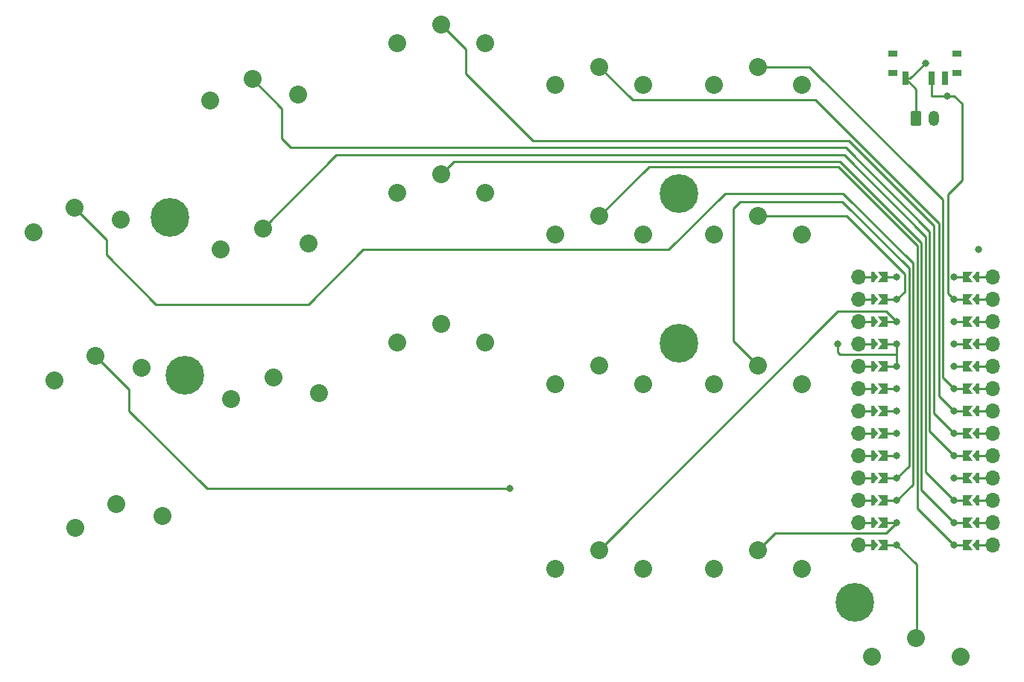
<source format=gbr>
%TF.GenerationSoftware,KiCad,Pcbnew,9.0.5*%
%TF.CreationDate,2025-10-18T21:30:00+02:00*%
%TF.ProjectId,shield-pcb,73686965-6c64-42d7-9063-622e6b696361,1.2*%
%TF.SameCoordinates,Original*%
%TF.FileFunction,Copper,L2,Bot*%
%TF.FilePolarity,Positive*%
%FSLAX46Y46*%
G04 Gerber Fmt 4.6, Leading zero omitted, Abs format (unit mm)*
G04 Created by KiCad (PCBNEW 9.0.5) date 2025-10-18 21:30:00*
%MOMM*%
%LPD*%
G01*
G04 APERTURE LIST*
G04 Aperture macros list*
%AMRoundRect*
0 Rectangle with rounded corners*
0 $1 Rounding radius*
0 $2 $3 $4 $5 $6 $7 $8 $9 X,Y pos of 4 corners*
0 Add a 4 corners polygon primitive as box body*
4,1,4,$2,$3,$4,$5,$6,$7,$8,$9,$2,$3,0*
0 Add four circle primitives for the rounded corners*
1,1,$1+$1,$2,$3*
1,1,$1+$1,$4,$5*
1,1,$1+$1,$6,$7*
1,1,$1+$1,$8,$9*
0 Add four rect primitives between the rounded corners*
20,1,$1+$1,$2,$3,$4,$5,0*
20,1,$1+$1,$4,$5,$6,$7,0*
20,1,$1+$1,$6,$7,$8,$9,0*
20,1,$1+$1,$8,$9,$2,$3,0*%
%AMFreePoly0*
4,1,6,0.250000,0.000000,-0.250000,-0.625000,-0.500000,-0.625000,-0.500000,0.625000,-0.250000,0.625000,0.250000,0.000000,0.250000,0.000000,$1*%
%AMFreePoly1*
4,1,6,0.500000,-0.625000,-0.650000,-0.625000,-0.150000,0.000000,-0.650000,0.625000,0.500000,0.625000,0.500000,-0.625000,0.500000,-0.625000,$1*%
G04 Aperture macros list end*
%TA.AperFunction,ComponentPad*%
%ADD10C,2.032000*%
%TD*%
%TA.AperFunction,ComponentPad*%
%ADD11O,1.700000X1.700000*%
%TD*%
%TA.AperFunction,ComponentPad*%
%ADD12C,0.800000*%
%TD*%
%TA.AperFunction,SMDPad,CuDef*%
%ADD13FreePoly0,0.000000*%
%TD*%
%TA.AperFunction,SMDPad,CuDef*%
%ADD14FreePoly1,0.000000*%
%TD*%
%TA.AperFunction,SMDPad,CuDef*%
%ADD15FreePoly0,180.000000*%
%TD*%
%TA.AperFunction,SMDPad,CuDef*%
%ADD16FreePoly1,180.000000*%
%TD*%
%TA.AperFunction,ComponentPad*%
%ADD17RoundRect,0.250000X-0.350000X-0.625000X0.350000X-0.625000X0.350000X0.625000X-0.350000X0.625000X0*%
%TD*%
%TA.AperFunction,ComponentPad*%
%ADD18O,1.200000X1.750000*%
%TD*%
%TA.AperFunction,SMDPad,CuDef*%
%ADD19R,0.700000X1.500000*%
%TD*%
%TA.AperFunction,SMDPad,CuDef*%
%ADD20R,1.000000X0.800000*%
%TD*%
%TA.AperFunction,ComponentPad*%
%ADD21C,0.700000*%
%TD*%
%TA.AperFunction,ComponentPad*%
%ADD22C,4.400000*%
%TD*%
%TA.AperFunction,ViaPad*%
%ADD23C,0.800000*%
%TD*%
%TA.AperFunction,Conductor*%
%ADD24C,0.250000*%
%TD*%
G04 APERTURE END LIST*
D10*
%TO.P,S1,1*%
%TO.N,GND*%
X153432183Y-145680316D03*
%TO.P,S1,2*%
%TO.N,grid-zn_pinky_bottom*%
X148188579Y-144296618D03*
%TO.P,S1,1*%
%TO.N,GND*%
X143529502Y-147072047D03*
%TO.P,S1,2*%
%TO.N,grid-zn_pinky_bottom*%
X148188579Y-144296618D03*
%TD*%
%TO.P,S2,1*%
%TO.N,GND*%
X151066283Y-128845716D03*
%TO.P,S2,2*%
%TO.N,grid-zn_pinky_home*%
X145822679Y-127462018D03*
%TO.P,S2,1*%
%TO.N,GND*%
X141163602Y-130237447D03*
%TO.P,S2,2*%
%TO.N,grid-zn_pinky_home*%
X145822679Y-127462018D03*
%TD*%
%TO.P,S3,1*%
%TO.N,GND*%
X148700283Y-112011216D03*
%TO.P,S3,2*%
%TO.N,grid-zn_pinky_top*%
X143456679Y-110627518D03*
%TO.P,S3,1*%
%TO.N,GND*%
X138797602Y-113402947D03*
%TO.P,S3,2*%
%TO.N,grid-zn_pinky_top*%
X143456679Y-110627518D03*
%TD*%
%TO.P,S4,1*%
%TO.N,GND*%
X171206646Y-131668874D03*
%TO.P,S4,2*%
%TO.N,grid-zn_ring_bottom*%
X166072337Y-129922772D03*
%TO.P,S4,1*%
%TO.N,GND*%
X161231005Y-132366439D03*
%TO.P,S4,2*%
%TO.N,grid-zn_ring_bottom*%
X166072337Y-129922772D03*
%TD*%
%TO.P,S5,1*%
%TO.N,GND*%
X170020746Y-114710274D03*
%TO.P,S5,2*%
%TO.N,grid-zn_ring_home*%
X164886437Y-112964172D03*
%TO.P,S5,1*%
%TO.N,GND*%
X160045105Y-115407839D03*
%TO.P,S5,2*%
%TO.N,grid-zn_ring_home*%
X164886437Y-112964172D03*
%TD*%
%TO.P,S7,1*%
%TO.N,GND*%
X190105400Y-125931600D03*
%TO.P,S7,2*%
%TO.N,grid-zn_middle_bottom*%
X185105400Y-123831600D03*
%TO.P,S7,1*%
%TO.N,GND*%
X180105400Y-125931600D03*
%TO.P,S7,2*%
%TO.N,grid-zn_middle_bottom*%
X185105400Y-123831600D03*
%TD*%
%TO.P,S8,1*%
%TO.N,GND*%
X190105400Y-108931600D03*
%TO.P,S8,2*%
%TO.N,grid-zn_middle_home*%
X185105400Y-106831600D03*
%TO.P,S8,1*%
%TO.N,GND*%
X180105400Y-108931600D03*
%TO.P,S8,2*%
%TO.N,grid-zn_middle_home*%
X185105400Y-106831600D03*
%TD*%
%TO.P,S9,1*%
%TO.N,GND*%
X190105400Y-91931600D03*
%TO.P,S9,2*%
%TO.N,grid-zn_middle_top*%
X185105400Y-89831600D03*
%TO.P,S9,1*%
%TO.N,GND*%
X180105400Y-91931600D03*
%TO.P,S9,2*%
%TO.N,grid-zn_middle_top*%
X185105400Y-89831600D03*
%TD*%
%TO.P,S10,1*%
%TO.N,GND*%
X208105400Y-130694600D03*
%TO.P,S10,2*%
%TO.N,grid-zn_index_bottom*%
X203105400Y-128594600D03*
%TO.P,S10,1*%
%TO.N,GND*%
X198105400Y-130694600D03*
%TO.P,S10,2*%
%TO.N,grid-zn_index_bottom*%
X203105400Y-128594600D03*
%TD*%
%TO.P,S11,2*%
%TO.N,grid-zn_index_home*%
X203105400Y-111594600D03*
%TO.P,S11,1*%
%TO.N,GND*%
X198105400Y-113694600D03*
%TO.P,S11,2*%
%TO.N,grid-zn_index_home*%
X203105400Y-111594600D03*
%TO.P,S11,1*%
%TO.N,GND*%
X208105400Y-113694600D03*
%TD*%
%TO.P,S12,1*%
%TO.N,GND*%
X208105400Y-96694600D03*
%TO.P,S12,2*%
%TO.N,grid-zn_index_top*%
X203105400Y-94594600D03*
%TO.P,S12,1*%
%TO.N,GND*%
X198105400Y-96694600D03*
%TO.P,S12,2*%
%TO.N,grid-zn_index_top*%
X203105400Y-94594600D03*
%TD*%
%TO.P,S14,1*%
%TO.N,GND*%
X226105400Y-113694600D03*
%TO.P,S14,2*%
%TO.N,grid-zn_inner_home*%
X221105400Y-111594600D03*
%TO.P,S14,1*%
%TO.N,GND*%
X216105400Y-113694600D03*
%TO.P,S14,2*%
%TO.N,grid-zn_inner_home*%
X221105400Y-111594600D03*
%TD*%
%TO.P,S15,1*%
%TO.N,GND*%
X226105400Y-96694600D03*
%TO.P,S15,2*%
%TO.N,grid-zn_inner_top*%
X221105400Y-94594600D03*
%TO.P,S15,1*%
%TO.N,GND*%
X216105400Y-96694600D03*
%TO.P,S15,2*%
%TO.N,grid-zn_inner_top*%
X221105400Y-94594600D03*
%TD*%
%TO.P,S16,1*%
%TO.N,GND*%
X208105400Y-151694600D03*
%TO.P,S16,2*%
%TO.N,thumb-zn_near_thumb*%
X203105400Y-149594600D03*
%TO.P,S16,1*%
%TO.N,GND*%
X198105400Y-151694600D03*
%TO.P,S16,2*%
%TO.N,thumb-zn_near_thumb*%
X203105400Y-149594600D03*
%TD*%
%TO.P,S17,1*%
%TO.N,GND*%
X226105400Y-151694600D03*
%TO.P,S17,2*%
%TO.N,thumb-zn_home_thumb*%
X221105400Y-149594600D03*
%TO.P,S17,1*%
%TO.N,GND*%
X216105400Y-151694600D03*
%TO.P,S17,2*%
%TO.N,thumb-zn_home_thumb*%
X221105400Y-149594600D03*
%TD*%
%TO.P,S18,1*%
%TO.N,GND*%
X244105400Y-161694600D03*
%TO.P,S18,2*%
%TO.N,thumb-zn_far_thumb*%
X239105400Y-159594600D03*
%TO.P,S18,1*%
%TO.N,GND*%
X234105400Y-161694600D03*
%TO.P,S18,2*%
%TO.N,thumb-zn_far_thumb*%
X239105400Y-159594600D03*
%TD*%
D11*
%TO.P,MCU,0*%
%TO.N,_1_0*%
X232535400Y-118524600D03*
%TO.P,MCU,25*%
%TO.N,_1_25*%
X247775400Y-118524600D03*
%TO.P,MCU,1*%
%TO.N,_1_1*%
X232535400Y-121064600D03*
%TO.P,MCU,24*%
%TO.N,_1_24*%
X247775400Y-121064600D03*
%TO.P,MCU,2*%
%TO.N,_1_2*%
X232535400Y-123604600D03*
%TO.P,MCU,23*%
%TO.N,_1_23*%
X247775400Y-123604600D03*
%TO.P,MCU,3*%
%TO.N,_1_3*%
X232535400Y-126144600D03*
%TO.P,MCU,22*%
%TO.N,_1_22*%
X247775400Y-126144600D03*
%TO.P,MCU,4*%
%TO.N,_1_4*%
X232535400Y-128684600D03*
%TO.P,MCU,21*%
%TO.N,_1_21*%
X247775400Y-128684600D03*
%TO.P,MCU,5*%
%TO.N,_1_5*%
X232535400Y-131224600D03*
%TO.P,MCU,20*%
%TO.N,_1_20*%
X247775400Y-131224600D03*
%TO.P,MCU,6*%
%TO.N,_1_6*%
X232535400Y-133764600D03*
%TO.P,MCU,19*%
%TO.N,_1_19*%
X247775400Y-133764600D03*
%TO.P,MCU,7*%
%TO.N,_1_7*%
X232535400Y-136304600D03*
%TO.P,MCU,18*%
%TO.N,_1_18*%
X247775400Y-136304600D03*
%TO.P,MCU,8*%
%TO.N,_1_8*%
X232535400Y-138844600D03*
%TO.P,MCU,17*%
%TO.N,_1_17*%
X247775400Y-138844600D03*
%TO.P,MCU,9*%
%TO.N,_1_9*%
X232535400Y-141384600D03*
%TO.P,MCU,16*%
%TO.N,_1_16*%
X247775400Y-141384600D03*
%TO.P,MCU,10*%
%TO.N,_1_10*%
X232535400Y-143924600D03*
%TO.P,MCU,15*%
%TO.N,_1_15*%
X247775400Y-143924600D03*
%TO.P,MCU,11*%
%TO.N,_1_11*%
X232535400Y-146464600D03*
%TO.P,MCU,14*%
%TO.N,_1_14*%
X247775400Y-146464600D03*
%TO.P,MCU,12*%
%TO.N,_1_12*%
X232535400Y-149004600D03*
%TO.P,MCU,13*%
%TO.N,_1_13*%
X247775400Y-149004600D03*
D12*
%TO.P,MCU,0*%
%TO.N,B-*%
X236893400Y-118524600D03*
D13*
%TO.N,_1_0*%
X234535400Y-118524600D03*
D14*
%TO.N,B-*%
X235380400Y-118524600D03*
D12*
%TO.P,MCU,25*%
%TO.N,B+*%
X243417400Y-118524600D03*
D15*
%TO.N,_1_25*%
X245775400Y-118524600D03*
D16*
%TO.N,B+*%
X244930400Y-118524600D03*
D12*
%TO.P,MCU,1*%
%TO.N,grid-zn_inner_home*%
X236893400Y-121064600D03*
D13*
%TO.N,_1_1*%
X234535400Y-121064600D03*
D14*
%TO.N,grid-zn_inner_home*%
X235380400Y-121064600D03*
D12*
%TO.P,MCU,24*%
%TO.N,RAW*%
X243417400Y-121064600D03*
D15*
%TO.N,_1_24*%
X245775400Y-121064600D03*
D16*
%TO.N,RAW*%
X244930400Y-121064600D03*
D12*
%TO.P,MCU,2*%
%TO.N,thumb-zn_near_thumb*%
X236893400Y-123604600D03*
D13*
%TO.N,_1_2*%
X234535400Y-123604600D03*
D14*
%TO.N,thumb-zn_near_thumb*%
X235380400Y-123604600D03*
D12*
%TO.P,MCU,23*%
%TO.N,GND*%
X243417400Y-123604600D03*
D15*
%TO.N,_1_23*%
X245775400Y-123604600D03*
D16*
%TO.N,GND*%
X244930400Y-123604600D03*
D12*
%TO.P,MCU,3*%
X236893400Y-126144600D03*
D13*
%TO.N,_1_3*%
X234535400Y-126144600D03*
D14*
%TO.N,GND*%
X235380400Y-126144600D03*
D12*
%TO.P,MCU,22*%
%TO.N,RST*%
X243417400Y-126144600D03*
D15*
%TO.N,_1_22*%
X245775400Y-126144600D03*
D16*
%TO.N,RST*%
X244930400Y-126144600D03*
D12*
%TO.P,MCU,4*%
%TO.N,GND*%
X236893400Y-128684600D03*
D13*
%TO.N,_1_4*%
X234535400Y-128684600D03*
D14*
%TO.N,GND*%
X235380400Y-128684600D03*
D12*
%TO.P,MCU,21*%
%TO.N,VCC*%
X243417400Y-128684600D03*
D15*
%TO.N,_1_21*%
X245775400Y-128684600D03*
D16*
%TO.N,VCC*%
X244930400Y-128684600D03*
D12*
%TO.P,MCU,5*%
%TO.N,grid-zn_pinky_bottom*%
X236893400Y-131224600D03*
D13*
%TO.N,_1_5*%
X234535400Y-131224600D03*
D14*
%TO.N,grid-zn_pinky_bottom*%
X235380400Y-131224600D03*
D12*
%TO.P,MCU,20*%
%TO.N,grid-zn_inner_top*%
X243417400Y-131224600D03*
D15*
%TO.N,_1_20*%
X245775400Y-131224600D03*
D16*
%TO.N,grid-zn_inner_top*%
X244930400Y-131224600D03*
D12*
%TO.P,MCU,6*%
%TO.N,grid-zn_ring_bottom*%
X236893400Y-133764600D03*
D13*
%TO.N,_1_6*%
X234535400Y-133764600D03*
D14*
%TO.N,grid-zn_ring_bottom*%
X235380400Y-133764600D03*
D12*
%TO.P,MCU,19*%
%TO.N,grid-zn_index_top*%
X243417400Y-133764600D03*
D15*
%TO.N,_1_19*%
X245775400Y-133764600D03*
D16*
%TO.N,grid-zn_index_top*%
X244930400Y-133764600D03*
D12*
%TO.P,MCU,7*%
%TO.N,grid-zn_middle_bottom*%
X236893400Y-136304600D03*
D13*
%TO.N,_1_7*%
X234535400Y-136304600D03*
D14*
%TO.N,grid-zn_middle_bottom*%
X235380400Y-136304600D03*
D12*
%TO.P,MCU,18*%
%TO.N,grid-zn_middle_top*%
X243417400Y-136304600D03*
D15*
%TO.N,_1_18*%
X245775400Y-136304600D03*
D16*
%TO.N,grid-zn_middle_top*%
X244930400Y-136304600D03*
D12*
%TO.P,MCU,8*%
%TO.N,grid-zn_index_bottom*%
X236893400Y-138844600D03*
D13*
%TO.N,_1_8*%
X234535400Y-138844600D03*
D14*
%TO.N,grid-zn_index_bottom*%
X235380400Y-138844600D03*
D12*
%TO.P,MCU,17*%
%TO.N,grid-zn_ring_top*%
X243417400Y-138844600D03*
D15*
%TO.N,_1_17*%
X245775400Y-138844600D03*
D16*
%TO.N,grid-zn_ring_top*%
X244930400Y-138844600D03*
D12*
%TO.P,MCU,9*%
%TO.N,grid-zn_inner_bottom*%
X236893400Y-141384600D03*
D13*
%TO.N,_1_9*%
X234535400Y-141384600D03*
D14*
%TO.N,grid-zn_inner_bottom*%
X235380400Y-141384600D03*
D12*
%TO.P,MCU,16*%
%TO.N,grid-zn_pinky_home*%
X243417400Y-141384600D03*
D15*
%TO.N,_1_16*%
X245775400Y-141384600D03*
D16*
%TO.N,grid-zn_pinky_home*%
X244930400Y-141384600D03*
D12*
%TO.P,MCU,10*%
%TO.N,grid-zn_pinky_top*%
X236893400Y-143924600D03*
D13*
%TO.N,_1_10*%
X234535400Y-143924600D03*
D14*
%TO.N,grid-zn_pinky_top*%
X235380400Y-143924600D03*
D12*
%TO.P,MCU,15*%
%TO.N,grid-zn_ring_home*%
X243417400Y-143924600D03*
D15*
%TO.N,_1_15*%
X245775400Y-143924600D03*
D16*
%TO.N,grid-zn_ring_home*%
X244930400Y-143924600D03*
D12*
%TO.P,MCU,11*%
%TO.N,thumb-zn_home_thumb*%
X236893400Y-146464600D03*
D13*
%TO.N,_1_11*%
X234535400Y-146464600D03*
D14*
%TO.N,thumb-zn_home_thumb*%
X235380400Y-146464600D03*
D12*
%TO.P,MCU,14*%
%TO.N,grid-zn_middle_home*%
X243417400Y-146464600D03*
D15*
%TO.N,_1_14*%
X245775400Y-146464600D03*
D16*
%TO.N,grid-zn_middle_home*%
X244930400Y-146464600D03*
D12*
%TO.P,MCU,12*%
%TO.N,thumb-zn_far_thumb*%
X236893400Y-149004600D03*
D13*
%TO.N,_1_12*%
X234535400Y-149004600D03*
D14*
%TO.N,thumb-zn_far_thumb*%
X235380400Y-149004600D03*
D12*
%TO.P,MCU,13*%
%TO.N,grid-zn_index_home*%
X243417400Y-149004600D03*
D15*
%TO.N,_1_13*%
X245775400Y-149004600D03*
D16*
%TO.N,grid-zn_index_home*%
X244930400Y-149004600D03*
%TD*%
D17*
%TO.P,_2,1*%
%TO.N,pos*%
X239105400Y-100494600D03*
D18*
%TO.P,_2,2*%
%TO.N,GND*%
X241105400Y-100494600D03*
%TD*%
D19*
%TO.P,T1,1*%
%TO.N,pos*%
X237855400Y-95924600D03*
%TO.P,T1,2*%
%TO.N,RAW*%
X240855400Y-95924600D03*
%TO.P,T1,*%
%TO.N,*%
X242355400Y-95924600D03*
D20*
X236455400Y-93064600D03*
X243755400Y-93064600D03*
X243755400Y-95274600D03*
X236455400Y-95274600D03*
%TD*%
D21*
%TO.P,_6,1*%
%TO.N,N/C*%
X155582173Y-112793899D03*
D22*
X154318200Y-111733300D03*
D21*
X154462007Y-113377021D03*
X155378799Y-110469327D03*
X152674479Y-111877107D03*
X153054227Y-110672701D03*
X153257601Y-112997273D03*
X155961921Y-111589493D03*
X154174393Y-110089579D03*
%TD*%
%TO.P,_7,1*%
%TO.N,N/C*%
X157254373Y-130706899D03*
D22*
X155990400Y-129646300D03*
D21*
X156134207Y-131290021D03*
X157050999Y-128382327D03*
X154346679Y-129790107D03*
X154726427Y-128585701D03*
X154929801Y-130910273D03*
X157634121Y-129502493D03*
X155846593Y-128002579D03*
%TD*%
%TO.P,_8,1*%
%TO.N,N/C*%
X213272126Y-110161326D03*
D22*
X212105400Y-108994600D03*
D21*
X212105400Y-110644600D03*
X213272126Y-107827874D03*
X210455400Y-108994600D03*
X210938674Y-107827874D03*
X210938674Y-110161326D03*
X213755400Y-108994600D03*
X212105400Y-107344600D03*
%TD*%
%TO.P,_9,1*%
%TO.N,N/C*%
X213272126Y-127161326D03*
D22*
X212105400Y-125994600D03*
D21*
X212105400Y-127644600D03*
X213272126Y-124827874D03*
X210455400Y-125994600D03*
X210938674Y-124827874D03*
X210938674Y-127161326D03*
X213755400Y-125994600D03*
X212105400Y-124344600D03*
%TD*%
%TO.P,_10,1*%
%TO.N,N/C*%
X233272126Y-156661326D03*
D22*
X232105400Y-155494600D03*
D21*
X232105400Y-157144600D03*
X233272126Y-154327874D03*
X230455400Y-155494600D03*
X230938674Y-154327874D03*
X230938674Y-156661326D03*
X233755400Y-155494600D03*
X232105400Y-153844600D03*
%TD*%
D10*
%TO.P,S6,1*%
%TO.N,GND*%
X168834946Y-97751674D03*
%TO.P,S6,2*%
%TO.N,grid-zn_ring_top*%
X163700637Y-96005572D03*
%TO.P,S6,1*%
%TO.N,GND*%
X158859305Y-98449239D03*
%TO.P,S6,2*%
%TO.N,grid-zn_ring_top*%
X163700637Y-96005572D03*
%TD*%
%TO.P,S13,1*%
%TO.N,GND*%
X226105400Y-130694600D03*
%TO.P,S13,2*%
%TO.N,grid-zn_inner_bottom*%
X221105400Y-128594600D03*
%TO.P,S13,1*%
%TO.N,GND*%
X216105400Y-130694600D03*
%TO.P,S13,2*%
%TO.N,grid-zn_inner_bottom*%
X221105400Y-128594600D03*
%TD*%
D23*
%TO.N,GND*%
X246170000Y-115360000D03*
X230180000Y-126100000D03*
%TO.N,grid-zn_pinky_home*%
X192890000Y-142550000D03*
%TO.N,pos*%
X240130000Y-94190000D03*
%TO.N,RAW*%
X242600000Y-97900000D03*
%TD*%
D24*
%TO.N,GND*%
X230440000Y-127340000D02*
X236893400Y-127340000D01*
X230180000Y-126100000D02*
X230180000Y-127080000D01*
X230180000Y-127080000D02*
X230440000Y-127340000D01*
%TO.N,RAW*%
X242600000Y-97900000D02*
X243410000Y-97900000D01*
X244290000Y-98780000D02*
X244290000Y-107460000D01*
X243410000Y-97900000D02*
X244290000Y-98780000D01*
X244290000Y-107460000D02*
X242680000Y-109070000D01*
X242680000Y-109070000D02*
X242680000Y-120327200D01*
X242680000Y-120327200D02*
X243417400Y-121064600D01*
%TO.N,GND*%
X236893400Y-128684600D02*
X236893400Y-127340000D01*
%TO.N,grid-zn_pinky_top*%
X143456679Y-110627518D02*
X147088461Y-114259300D01*
X230790000Y-108980000D02*
X238721000Y-116911000D01*
X170050000Y-121600000D02*
X176250000Y-115400000D01*
X147088461Y-114259300D02*
X147088461Y-115968461D01*
X152720000Y-121600000D02*
X170050000Y-121600000D01*
X147088461Y-115968461D02*
X152720000Y-121600000D01*
X176250000Y-115400000D02*
X210960000Y-115400000D01*
X210960000Y-115400000D02*
X217380000Y-108980000D01*
X217380000Y-108980000D02*
X230790000Y-108980000D01*
X238721000Y-116911000D02*
X238721000Y-142097000D01*
X238721000Y-142097000D02*
X236893400Y-143924600D01*
%TO.N,GND*%
X236893400Y-127340000D02*
X236893400Y-126144600D01*
%TO.N,grid-zn_pinky_top*%
X236893400Y-143924600D02*
X235380400Y-143924600D01*
%TO.N,grid-zn_pinky_home*%
X192890000Y-142550000D02*
X158510000Y-142550000D01*
X149670000Y-133710000D02*
X149670000Y-131309339D01*
X158510000Y-142550000D02*
X149670000Y-133710000D01*
X149670000Y-131309339D02*
X145822679Y-127462018D01*
%TO.N,grid-zn_index_home*%
X203105400Y-111594600D02*
X208740000Y-105960000D01*
X239210000Y-144797200D02*
X243417400Y-149004600D01*
X208740000Y-105960000D02*
X230240000Y-105960000D01*
X239210000Y-114930000D02*
X239210000Y-144797200D01*
X230240000Y-105960000D02*
X239210000Y-114930000D01*
X203105400Y-111594600D02*
X203120800Y-111610000D01*
%TO.N,grid-zn_middle_home*%
X185105400Y-106831600D02*
X186587000Y-105350000D01*
X186587000Y-105350000D02*
X230450000Y-105350000D01*
X239680000Y-142727200D02*
X243417400Y-146464600D01*
X230450000Y-105350000D02*
X239680000Y-114580000D01*
X239680000Y-114580000D02*
X239680000Y-142727200D01*
%TO.N,grid-zn_ring_top*%
X243420000Y-138840000D02*
X240630000Y-136050000D01*
X240630000Y-113330000D02*
X231090000Y-103790000D01*
X240630000Y-136050000D02*
X240630000Y-113330000D01*
X231090000Y-103790000D02*
X168050000Y-103790000D01*
X168050000Y-103790000D02*
X167050000Y-102790000D01*
X167050000Y-102790000D02*
X167050000Y-99354935D01*
X167050000Y-99354935D02*
X163700637Y-96005572D01*
%TO.N,grid-zn_ring_home*%
X243417400Y-143924600D02*
X240160000Y-140667200D01*
X240160000Y-113900000D02*
X230900000Y-104640000D01*
X173210609Y-104640000D02*
X164886437Y-112964172D01*
X240160000Y-140667200D02*
X240160000Y-113900000D01*
X230900000Y-104640000D02*
X173210609Y-104640000D01*
%TO.N,grid-zn_middle_top*%
X185105400Y-89831600D02*
X187900000Y-92626200D01*
X187900000Y-92626200D02*
X187900000Y-95370000D01*
X187900000Y-95370000D02*
X195570000Y-103040000D01*
X195570000Y-103040000D02*
X231450000Y-103040000D01*
X241081000Y-133968200D02*
X243417400Y-136304600D01*
X231450000Y-103040000D02*
X241081000Y-112671000D01*
X241081000Y-112671000D02*
X241081000Y-133968200D01*
%TO.N,grid-zn_index_top*%
X203105400Y-94594600D02*
X206860800Y-98350000D01*
X241679000Y-130124010D02*
X241700000Y-130145010D01*
X241700000Y-130145010D02*
X241700000Y-132047200D01*
X206860800Y-98350000D02*
X227660000Y-98350000D01*
X227660000Y-98350000D02*
X241679000Y-112369000D01*
X241679000Y-112369000D02*
X241679000Y-130124010D01*
X241700000Y-132047200D02*
X243417400Y-133764600D01*
%TO.N,grid-zn_inner_bottom*%
X221105400Y-128594600D02*
X218310000Y-125799200D01*
X218310000Y-125799200D02*
X218310000Y-110720000D01*
X219110000Y-109920000D02*
X230690000Y-109920000D01*
X230690000Y-109920000D02*
X238270000Y-117500000D01*
X218310000Y-110720000D02*
X219110000Y-109920000D01*
X238270000Y-117500000D02*
X238270000Y-140008000D01*
X238270000Y-140008000D02*
X236893400Y-141384600D01*
%TO.N,grid-zn_inner_home*%
X221105400Y-111594600D02*
X231194600Y-111594600D01*
X231194600Y-111594600D02*
X237790000Y-118190000D01*
X237790000Y-118190000D02*
X237790000Y-120168000D01*
X237790000Y-120168000D02*
X236893400Y-121064600D01*
%TO.N,thumb-zn_near_thumb*%
X203105400Y-149594600D02*
X203105400Y-149538187D01*
X203105400Y-149538187D02*
X230214987Y-122428600D01*
X230214987Y-122428600D02*
X235717400Y-122428600D01*
X235717400Y-122428600D02*
X236893400Y-123604600D01*
%TO.N,thumb-zn_far_thumb*%
X239105400Y-159594600D02*
X239110000Y-159590000D01*
%TO.N,grid-zn_inner_top*%
X242130000Y-129937200D02*
X242130000Y-109720000D01*
X242130000Y-109720000D02*
X239542600Y-107132600D01*
X239542600Y-107132600D02*
X239532600Y-107132600D01*
X243417400Y-131224600D02*
X242130000Y-129937200D01*
X239532600Y-107132600D02*
X226994600Y-94594600D01*
X226994600Y-94594600D02*
X221105400Y-94594600D01*
%TO.N,RAW*%
X240860400Y-97900000D02*
X240855000Y-97894600D01*
X242600000Y-97900000D02*
X240860400Y-97900000D01*
X240855000Y-97894600D02*
X240855000Y-95924600D01*
X240855000Y-95924600D02*
X240855400Y-95924600D01*
%TO.N,pos*%
X240130000Y-94194600D02*
X240130000Y-94190000D01*
X238400000Y-95924600D02*
X240130000Y-94194600D01*
X237855400Y-95924600D02*
X238400000Y-95924600D01*
X239105400Y-100494600D02*
X239105000Y-100494600D01*
X239105000Y-100495000D02*
X239105000Y-100494600D01*
X237855000Y-95924600D02*
X237855400Y-95924600D01*
X239105000Y-97174600D02*
X237855000Y-95924600D01*
X239105000Y-100494600D02*
X239105000Y-97174600D01*
%TO.N,_1_13*%
X247770800Y-149000000D02*
X247775400Y-149004600D01*
X246780000Y-149000000D02*
X247770800Y-149000000D01*
X245780000Y-149000000D02*
X246780000Y-149000000D01*
X246780000Y-149000000D02*
X247780000Y-149000000D01*
%TO.N,_1_12*%
X234540000Y-149000000D02*
X232540000Y-149000000D01*
%TO.N,_1_14*%
X247770800Y-146460000D02*
X247775400Y-146464600D01*
X246780000Y-146460000D02*
X247770800Y-146460000D01*
X245780000Y-146460000D02*
X246780000Y-146460000D01*
X246780000Y-146460000D02*
X247780000Y-146460000D01*
%TO.N,_1_11*%
X234540000Y-146460000D02*
X232540000Y-146460000D01*
%TO.N,_1_15*%
X247770800Y-143920000D02*
X247775400Y-143924600D01*
X246780000Y-143920000D02*
X247770800Y-143920000D01*
X245780000Y-143920000D02*
X246780000Y-143920000D01*
X246780000Y-143920000D02*
X247780000Y-143920000D01*
%TO.N,_1_10*%
X234540000Y-143920000D02*
X232540000Y-143920000D01*
%TO.N,_1_16*%
X247770800Y-141380000D02*
X247775400Y-141384600D01*
X246780000Y-141380000D02*
X247770800Y-141380000D01*
X245780000Y-141380000D02*
X246780000Y-141380000D01*
X246780000Y-141380000D02*
X247780000Y-141380000D01*
%TO.N,_1_9*%
X234540000Y-141380000D02*
X232540000Y-141380000D01*
%TO.N,_1_17*%
X247770800Y-138840000D02*
X247775400Y-138844600D01*
X246780000Y-138840000D02*
X247770800Y-138840000D01*
X245780000Y-138840000D02*
X246780000Y-138840000D01*
X246780000Y-138840000D02*
X247780000Y-138840000D01*
%TO.N,_1_8*%
X234540000Y-138840000D02*
X232540000Y-138840000D01*
%TO.N,_1_18*%
X247770800Y-136300000D02*
X247775400Y-136304600D01*
X246780000Y-136300000D02*
X247770800Y-136300000D01*
X245780000Y-136300000D02*
X246780000Y-136300000D01*
X246780000Y-136300000D02*
X247780000Y-136300000D01*
%TO.N,_1_7*%
X234540000Y-136300000D02*
X232540000Y-136300000D01*
%TO.N,_1_19*%
X247770800Y-133760000D02*
X247775400Y-133764600D01*
X246780000Y-133760000D02*
X247770800Y-133760000D01*
X245780000Y-133760000D02*
X246780000Y-133760000D01*
X246780000Y-133760000D02*
X247780000Y-133760000D01*
%TO.N,_1_6*%
X234540000Y-133760000D02*
X232540000Y-133760000D01*
%TO.N,_1_20*%
X247770800Y-131220000D02*
X247775400Y-131224600D01*
X246780000Y-131220000D02*
X247770800Y-131220000D01*
X245780000Y-131220000D02*
X246780000Y-131220000D01*
X246780000Y-131220000D02*
X247780000Y-131220000D01*
%TO.N,_1_5*%
X234540000Y-131220000D02*
X232540000Y-131220000D01*
%TO.N,_1_21*%
X247770800Y-128680000D02*
X247775400Y-128684600D01*
X246780000Y-128680000D02*
X247770800Y-128680000D01*
X245780000Y-128680000D02*
X246780000Y-128680000D01*
X246780000Y-128680000D02*
X247780000Y-128680000D01*
%TO.N,_1_4*%
X234540000Y-128680000D02*
X232540000Y-128680000D01*
%TO.N,_1_22*%
X247770800Y-126140000D02*
X247775400Y-126144600D01*
X246780000Y-126140000D02*
X247770800Y-126140000D01*
X245780000Y-126140000D02*
X246780000Y-126140000D01*
X246780000Y-126140000D02*
X247780000Y-126140000D01*
%TO.N,_1_3*%
X234540000Y-126140000D02*
X232540000Y-126140000D01*
%TO.N,_1_23*%
X247770800Y-123600000D02*
X247775400Y-123604600D01*
X246780000Y-123600000D02*
X247770800Y-123600000D01*
X245780000Y-123600000D02*
X246780000Y-123600000D01*
X246780000Y-123600000D02*
X247780000Y-123600000D01*
%TO.N,_1_2*%
X234540000Y-123600000D02*
X232540000Y-123600000D01*
%TO.N,_1_24*%
X247770800Y-121060000D02*
X247775400Y-121064600D01*
X246780000Y-121060000D02*
X247770800Y-121060000D01*
X245780000Y-121060000D02*
X246780000Y-121060000D01*
X246780000Y-121060000D02*
X247780000Y-121060000D01*
%TO.N,_1_1*%
X234540000Y-121060000D02*
X232540000Y-121060000D01*
%TO.N,_1_25*%
X247770800Y-118520000D02*
X247775400Y-118524600D01*
X246780000Y-118520000D02*
X247770800Y-118520000D01*
X245780000Y-118520000D02*
X246780000Y-118520000D01*
X246780000Y-118520000D02*
X247780000Y-118520000D01*
%TO.N,_1_0*%
X234540000Y-118520000D02*
X232540000Y-118520000D01*
%TO.N,VCC*%
X244930000Y-128684200D02*
X244930000Y-128680000D01*
X244930400Y-128684600D02*
X244930000Y-128684200D01*
X243422000Y-128680000D02*
X243417400Y-128684600D01*
X244175000Y-128680000D02*
X243422000Y-128680000D01*
X244930000Y-128680000D02*
X244175000Y-128680000D01*
X244175000Y-128680000D02*
X243420000Y-128680000D01*
%TO.N,RST*%
X244930000Y-126140000D02*
X243420000Y-126140000D01*
X244930000Y-126144200D02*
X244930000Y-126140000D01*
X244930400Y-126144600D02*
X244930000Y-126144200D01*
X243420000Y-126142000D02*
X243420000Y-126140000D01*
X243417400Y-126144600D02*
X243420000Y-126142000D01*
%TO.N,B-*%
X235385000Y-118520000D02*
X235380400Y-118524600D01*
X236135000Y-118520000D02*
X235385000Y-118520000D01*
X235380000Y-118520000D02*
X236135000Y-118520000D01*
X236135000Y-118520000D02*
X236890000Y-118520000D01*
X236890000Y-118521200D02*
X236890000Y-118520000D01*
X236893400Y-118524600D02*
X236890000Y-118521200D01*
%TO.N,B+*%
X244930000Y-118524200D02*
X244930000Y-118520000D01*
X244930400Y-118524600D02*
X244930000Y-118524200D01*
X243422000Y-118520000D02*
X243417400Y-118524600D01*
X244175000Y-118520000D02*
X243422000Y-118520000D01*
X244930000Y-118520000D02*
X244175000Y-118520000D01*
X244175000Y-118520000D02*
X243420000Y-118520000D01*
%TO.N,RAW*%
X244930000Y-121060000D02*
X243420000Y-121060000D01*
X244930000Y-121064200D02*
X244930000Y-121060000D01*
X244930400Y-121064600D02*
X244930000Y-121064200D01*
X243420000Y-121062000D02*
X243420000Y-121060000D01*
X243417400Y-121064600D02*
X243420000Y-121062000D01*
%TO.N,thumb-zn_far_thumb*%
X235385000Y-149000000D02*
X235380400Y-149004600D01*
X236135000Y-149000000D02*
X235385000Y-149000000D01*
X235380000Y-149000000D02*
X236135000Y-149000000D01*
X236888800Y-149000000D02*
X236893400Y-149004600D01*
X236512500Y-149000000D02*
X236888800Y-149000000D01*
X236135000Y-149000000D02*
X236512500Y-149000000D01*
X236512500Y-149000000D02*
X236890000Y-149000000D01*
%TO.N,thumb-zn_home_thumb*%
X235385000Y-146460000D02*
X235380400Y-146464600D01*
X236135000Y-146460000D02*
X235385000Y-146460000D01*
X235380000Y-146460000D02*
X236135000Y-146460000D01*
X236135000Y-146460000D02*
X236890000Y-146460000D01*
X236890000Y-146461200D02*
X236890000Y-146460000D01*
X236893400Y-146464600D02*
X236890000Y-146461200D01*
%TO.N,thumb-zn_near_thumb*%
X235380000Y-123600000D02*
X236135000Y-123600000D01*
X236888800Y-123600000D02*
X236893400Y-123604600D01*
X236512500Y-123600000D02*
X236888800Y-123600000D01*
X236135000Y-123600000D02*
X236512500Y-123600000D01*
X236512500Y-123600000D02*
X236890000Y-123600000D01*
X235385000Y-123600000D02*
X235380400Y-123604600D01*
X236135000Y-123600000D02*
X235385000Y-123600000D01*
%TO.N,grid-zn_inner_top*%
X244930000Y-131224200D02*
X244930000Y-131220000D01*
X244930400Y-131224600D02*
X244930000Y-131224200D01*
X243422000Y-131220000D02*
X243417400Y-131224600D01*
X244175000Y-131220000D02*
X243422000Y-131220000D01*
X244930000Y-131220000D02*
X244175000Y-131220000D01*
X244175000Y-131220000D02*
X243420000Y-131220000D01*
%TO.N,grid-zn_inner_home*%
X236888800Y-121060000D02*
X236893400Y-121064600D01*
X236512500Y-121060000D02*
X236888800Y-121060000D01*
X236512500Y-121060000D02*
X236890000Y-121060000D01*
X235380000Y-121060000D02*
X235757500Y-121060000D01*
X235757500Y-121060000D02*
X236512500Y-121060000D01*
X235385000Y-121060000D02*
X235380400Y-121064600D01*
X235757500Y-121060000D02*
X235385000Y-121060000D01*
%TO.N,grid-zn_inner_bottom*%
X235380000Y-141380000D02*
X236135000Y-141380000D01*
X236135000Y-141380000D02*
X236890000Y-141380000D01*
X236890000Y-141381200D02*
X236890000Y-141380000D01*
X236893400Y-141384600D02*
X236890000Y-141381200D01*
X235385000Y-141380000D02*
X235380400Y-141384600D01*
X236135000Y-141380000D02*
X235385000Y-141380000D01*
%TO.N,grid-zn_index_top*%
X244925800Y-133760000D02*
X244930400Y-133764600D01*
X244175000Y-133760000D02*
X244925800Y-133760000D01*
X244930000Y-133760000D02*
X244175000Y-133760000D01*
X244175000Y-133760000D02*
X243420000Y-133760000D01*
X243420000Y-133762000D02*
X243420000Y-133760000D01*
X243417400Y-133764600D02*
X243420000Y-133762000D01*
%TO.N,grid-zn_index_home*%
X244930000Y-149000000D02*
X243420000Y-149000000D01*
X244930000Y-149004200D02*
X244930000Y-149000000D01*
X244930400Y-149004600D02*
X244930000Y-149004200D01*
X243420000Y-149002000D02*
X243420000Y-149000000D01*
X243417400Y-149004600D02*
X243420000Y-149002000D01*
%TO.N,grid-zn_index_bottom*%
X235385000Y-138840000D02*
X235380400Y-138844600D01*
X236135000Y-138840000D02*
X235385000Y-138840000D01*
X235380000Y-138840000D02*
X236135000Y-138840000D01*
X236135000Y-138840000D02*
X236890000Y-138840000D01*
X236890000Y-138841200D02*
X236890000Y-138840000D01*
X236893400Y-138844600D02*
X236890000Y-138841200D01*
%TO.N,grid-zn_middle_top*%
X243420000Y-136302000D02*
X243420000Y-136300000D01*
X243417400Y-136304600D02*
X243420000Y-136302000D01*
X244930000Y-136300000D02*
X244552500Y-136300000D01*
X244552500Y-136300000D02*
X243420000Y-136300000D01*
X244925800Y-136300000D02*
X244930400Y-136304600D01*
X244552500Y-136300000D02*
X244925800Y-136300000D01*
%TO.N,grid-zn_middle_home*%
X244930000Y-146460000D02*
X243420000Y-146460000D01*
X244930000Y-146464200D02*
X244930000Y-146460000D01*
X244930400Y-146464600D02*
X244930000Y-146464200D01*
X243420000Y-146462000D02*
X243420000Y-146460000D01*
X243417400Y-146464600D02*
X243420000Y-146462000D01*
%TO.N,grid-zn_middle_bottom*%
X236890000Y-136301200D02*
X236890000Y-136300000D01*
X236893400Y-136304600D02*
X236890000Y-136301200D01*
X235385000Y-136300000D02*
X235380400Y-136304600D01*
X236135000Y-136300000D02*
X235385000Y-136300000D01*
X235380000Y-136300000D02*
X236135000Y-136300000D01*
X236135000Y-136300000D02*
X236890000Y-136300000D01*
%TO.N,grid-zn_ring_top*%
X244930000Y-138840000D02*
X243420000Y-138840000D01*
X243420000Y-138842000D02*
X243420000Y-138840000D01*
X243417400Y-138844600D02*
X243420000Y-138842000D01*
X244930000Y-138844200D02*
X244930000Y-138840000D01*
X244930400Y-138844600D02*
X244930000Y-138844200D01*
%TO.N,grid-zn_ring_home*%
X244925800Y-143920000D02*
X244930400Y-143924600D01*
X244175000Y-143920000D02*
X244925800Y-143920000D01*
X244930000Y-143920000D02*
X244175000Y-143920000D01*
X244175000Y-143920000D02*
X243420000Y-143920000D01*
X243420000Y-143922000D02*
X243420000Y-143920000D01*
X243417400Y-143924600D02*
X243420000Y-143922000D01*
%TO.N,grid-zn_ring_bottom*%
X235385000Y-133760000D02*
X235380400Y-133764600D01*
X236135000Y-133760000D02*
X235385000Y-133760000D01*
X235380000Y-133760000D02*
X236135000Y-133760000D01*
X236135000Y-133760000D02*
X236890000Y-133760000D01*
X236890000Y-133761200D02*
X236890000Y-133760000D01*
X236893400Y-133764600D02*
X236890000Y-133761200D01*
%TO.N,grid-zn_pinky_home*%
X244925800Y-141380000D02*
X244930400Y-141384600D01*
X244175000Y-141380000D02*
X244925800Y-141380000D01*
X244930000Y-141380000D02*
X244175000Y-141380000D01*
X243422000Y-141380000D02*
X243417400Y-141384600D01*
X243797500Y-141380000D02*
X243422000Y-141380000D01*
X244175000Y-141380000D02*
X243797500Y-141380000D01*
X243797500Y-141380000D02*
X243420000Y-141380000D01*
%TO.N,grid-zn_pinky_bottom*%
X236890000Y-131221200D02*
X236890000Y-131220000D01*
X236893400Y-131224600D02*
X236890000Y-131221200D01*
X235385000Y-131220000D02*
X235380400Y-131224600D01*
X236135000Y-131220000D02*
X235385000Y-131220000D01*
X235380000Y-131220000D02*
X236135000Y-131220000D01*
X236135000Y-131220000D02*
X236890000Y-131220000D01*
%TO.N,GND*%
X244930000Y-123600000D02*
X243420000Y-123600000D01*
X235380000Y-126140000D02*
X236890000Y-126140000D01*
X235380000Y-128680000D02*
X236890000Y-128680000D01*
%TO.N,thumb-zn_home_thumb*%
X221105400Y-149594600D02*
X223050000Y-147650000D01*
X223050000Y-147650000D02*
X235708000Y-147650000D01*
X235708000Y-147650000D02*
X236893400Y-146464600D01*
%TO.N,thumb-zn_far_thumb*%
X239110000Y-151221200D02*
X236893400Y-149004600D01*
X239110000Y-159590000D02*
X239110000Y-151221200D01*
%TD*%
M02*

</source>
